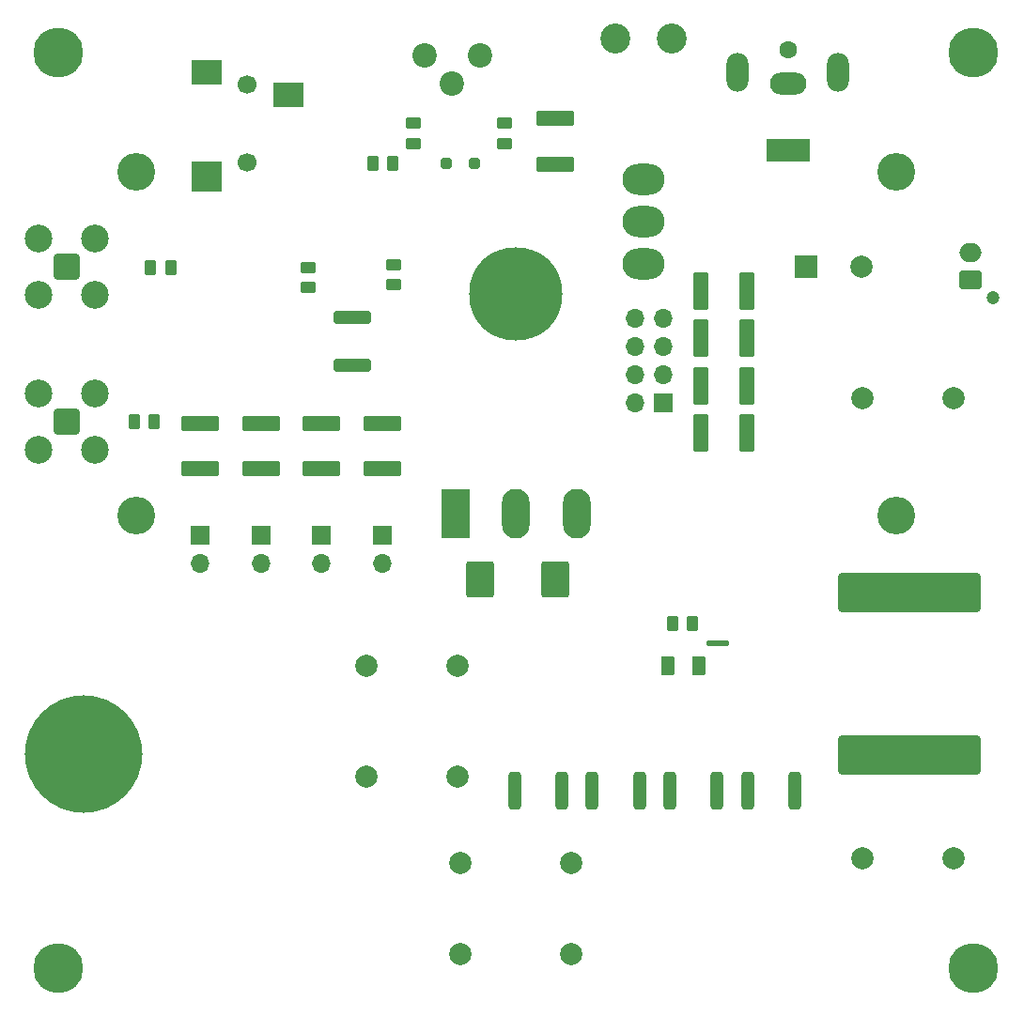
<source format=gts>
%TF.GenerationSoftware,KiCad,Pcbnew,9.0.0*%
%TF.CreationDate,2025-05-26T15:17:39-04:00*%
%TF.ProjectId,PlasmaTransformer,506c6173-6d61-4547-9261-6e73666f726d,rev?*%
%TF.SameCoordinates,Original*%
%TF.FileFunction,Soldermask,Top*%
%TF.FilePolarity,Negative*%
%FSLAX46Y46*%
G04 Gerber Fmt 4.6, Leading zero omitted, Abs format (unit mm)*
G04 Created by KiCad (PCBNEW 9.0.0) date 2025-05-26 15:17:39*
%MOMM*%
%LPD*%
G01*
G04 APERTURE LIST*
G04 Aperture macros list*
%AMRoundRect*
0 Rectangle with rounded corners*
0 $1 Rounding radius*
0 $2 $3 $4 $5 $6 $7 $8 $9 X,Y pos of 4 corners*
0 Add a 4 corners polygon primitive as box body*
4,1,4,$2,$3,$4,$5,$6,$7,$8,$9,$2,$3,0*
0 Add four circle primitives for the rounded corners*
1,1,$1+$1,$2,$3*
1,1,$1+$1,$4,$5*
1,1,$1+$1,$6,$7*
1,1,$1+$1,$8,$9*
0 Add four rect primitives between the rounded corners*
20,1,$1+$1,$2,$3,$4,$5,0*
20,1,$1+$1,$4,$5,$6,$7,0*
20,1,$1+$1,$6,$7,$8,$9,0*
20,1,$1+$1,$8,$9,$2,$3,0*%
G04 Aperture macros list end*
%ADD10RoundRect,0.250000X0.375000X0.625000X-0.375000X0.625000X-0.375000X-0.625000X0.375000X-0.625000X0*%
%ADD11O,3.800000X2.800000*%
%ADD12C,2.700000*%
%ADD13RoundRect,0.249999X-0.450001X-1.450001X0.450001X-1.450001X0.450001X1.450001X-0.450001X1.450001X0*%
%ADD14RoundRect,0.250000X0.262500X0.450000X-0.262500X0.450000X-0.262500X-0.450000X0.262500X-0.450000X0*%
%ADD15RoundRect,0.249999X1.450001X-0.450001X1.450001X0.450001X-1.450001X0.450001X-1.450001X-0.450001X0*%
%ADD16R,1.700000X1.700000*%
%ADD17O,1.700000X1.700000*%
%ADD18C,2.000000*%
%ADD19RoundRect,0.250002X-6.149998X1.499998X-6.149998X-1.499998X6.149998X-1.499998X6.149998X1.499998X0*%
%ADD20RoundRect,0.250000X0.312500X1.450000X-0.312500X1.450000X-0.312500X-1.450000X0.312500X-1.450000X0*%
%ADD21RoundRect,0.250000X1.000000X-1.400000X1.000000X1.400000X-1.000000X1.400000X-1.000000X-1.400000X0*%
%ADD22C,8.400000*%
%ADD23C,1.600000*%
%ADD24R,4.000000X2.000000*%
%ADD25O,3.300000X2.000000*%
%ADD26O,2.000000X3.500000*%
%ADD27RoundRect,0.250000X-1.450000X0.312500X-1.450000X-0.312500X1.450000X-0.312500X1.450000X0.312500X0*%
%ADD28RoundRect,0.200100X0.949900X-0.949900X0.949900X0.949900X-0.949900X0.949900X-0.949900X-0.949900X0*%
%ADD29C,2.500000*%
%ADD30RoundRect,0.250000X-0.262500X-0.450000X0.262500X-0.450000X0.262500X0.450000X-0.262500X0.450000X0*%
%ADD31C,4.500000*%
%ADD32R,2.000000X2.000000*%
%ADD33RoundRect,0.250000X-0.450000X0.262500X-0.450000X-0.262500X0.450000X-0.262500X0.450000X0.262500X0*%
%ADD34C,1.200000*%
%ADD35RoundRect,0.250000X0.750000X-0.600000X0.750000X0.600000X-0.750000X0.600000X-0.750000X-0.600000X0*%
%ADD36O,2.000000X1.700000*%
%ADD37C,1.700000*%
%ADD38R,2.800000X2.200000*%
%ADD39R,2.800000X2.800000*%
%ADD40RoundRect,0.250000X-0.250000X-0.250000X0.250000X-0.250000X0.250000X0.250000X-0.250000X0.250000X0*%
%ADD41RoundRect,0.250000X0.450000X-0.262500X0.450000X0.262500X-0.450000X0.262500X-0.450000X-0.262500X0*%
%ADD42RoundRect,0.075000X-0.925000X-0.175000X0.925000X-0.175000X0.925000X0.175000X-0.925000X0.175000X0*%
%ADD43C,10.600000*%
%ADD44C,2.200000*%
%ADD45C,3.400000*%
%ADD46C,3.600000*%
%ADD47R,2.500000X4.500000*%
%ADD48O,2.500000X4.500000*%
G04 APERTURE END LIST*
D10*
%TO.C,D3*%
X116500000Y-114000000D03*
X113700000Y-114000000D03*
%TD*%
D11*
%TO.C,SW1*%
X111500000Y-70190000D03*
X111500000Y-74000000D03*
X111500000Y-77810000D03*
D12*
X114040000Y-57490000D03*
X108960000Y-57490000D03*
%TD*%
D13*
%TO.C,C7*%
X116700000Y-80250000D03*
X120800000Y-80250000D03*
%TD*%
D14*
%TO.C,R13*%
X115912500Y-110200000D03*
X114087500Y-110200000D03*
%TD*%
D15*
%TO.C,C4*%
X77000000Y-96275000D03*
X77000000Y-92175000D03*
%TD*%
D16*
%TO.C,JP2*%
X77000000Y-102225000D03*
D17*
X77000000Y-104765000D03*
%TD*%
D18*
%TO.C,J12*%
X95000000Y-140000000D03*
X95000000Y-131800001D03*
%TD*%
D19*
%TO.C,L2*%
X135500000Y-107400000D03*
X135500000Y-122100000D03*
%TD*%
D20*
%TO.C,R10*%
X118137500Y-125250000D03*
X113862500Y-125250000D03*
%TD*%
D16*
%TO.C,JP4*%
X88000000Y-102225000D03*
D17*
X88000000Y-104765000D03*
%TD*%
D21*
%TO.C,D2*%
X96750000Y-106250000D03*
X103550000Y-106250000D03*
%TD*%
D22*
%TO.C,H2*%
X100000000Y-80500000D03*
%TD*%
D23*
%TO.C,J1*%
X124500000Y-58500000D03*
D24*
X124500000Y-67500000D03*
D25*
X124500000Y-61500000D03*
D26*
X120000000Y-60500000D03*
X129000000Y-60500000D03*
%TD*%
D27*
%TO.C,R6*%
X85250000Y-82612500D03*
X85250000Y-86887500D03*
%TD*%
D28*
%TO.C,J5*%
X59500000Y-78000000D03*
D29*
X56960000Y-80540000D03*
X62040000Y-80540000D03*
X56960000Y-75460000D03*
X62040000Y-75460000D03*
%TD*%
D13*
%TO.C,C10*%
X116700000Y-93000000D03*
X120800000Y-93000000D03*
%TD*%
D20*
%TO.C,R1*%
X125137500Y-125250000D03*
X120862500Y-125250000D03*
%TD*%
D30*
%TO.C,R2*%
X87087500Y-68750000D03*
X88912500Y-68750000D03*
%TD*%
D16*
%TO.C,J4*%
X113275000Y-90300000D03*
D17*
X110735000Y-90300000D03*
X113275000Y-87760000D03*
X110735000Y-87760000D03*
X113275000Y-85220000D03*
X110735000Y-85220000D03*
X113275000Y-82680000D03*
X110735000Y-82680000D03*
%TD*%
D31*
%TO.C,M1*%
X58750000Y-58750000D03*
X58750000Y-141250000D03*
X141250000Y-58750000D03*
X141250000Y-141250000D03*
%TD*%
D15*
%TO.C,C11*%
X103500000Y-68800000D03*
X103500000Y-64700000D03*
%TD*%
%TO.C,C3*%
X71500000Y-96275000D03*
X71500000Y-92175000D03*
%TD*%
D32*
%TO.C,C2*%
X126132323Y-78000000D03*
D18*
X131132323Y-78000000D03*
%TD*%
D33*
%TO.C,R4*%
X99000000Y-65087500D03*
X99000000Y-66912500D03*
%TD*%
D18*
%TO.C,J11*%
X105000000Y-140000000D03*
X105000000Y-131800001D03*
%TD*%
D34*
%TO.C,J2*%
X142975000Y-80850000D03*
D35*
X140975000Y-79250000D03*
D36*
X140975000Y-76750000D03*
%TD*%
D15*
%TO.C,C6*%
X88000000Y-96275000D03*
X88000000Y-92175000D03*
%TD*%
D18*
%TO.C,J9*%
X139450000Y-89866600D03*
X131250001Y-89866600D03*
%TD*%
D37*
%TO.C,J8*%
X75800000Y-61600000D03*
X75800000Y-68600000D03*
D38*
X79500000Y-62500000D03*
X72100000Y-60500000D03*
D39*
X72100000Y-69900000D03*
%TD*%
D40*
%TO.C,D1*%
X93750000Y-68750000D03*
X96250000Y-68750000D03*
%TD*%
D41*
%TO.C,R3*%
X90750000Y-66912500D03*
X90750000Y-65087500D03*
%TD*%
D18*
%TO.C,J7*%
X86550001Y-114000000D03*
X94750000Y-114000000D03*
%TD*%
D20*
%TO.C,R11*%
X111137500Y-125250000D03*
X106862500Y-125250000D03*
%TD*%
D42*
%TO.C,L1*%
X118225000Y-112000000D03*
%TD*%
D16*
%TO.C,JP1*%
X71500000Y-102225000D03*
D17*
X71500000Y-104765000D03*
%TD*%
D20*
%TO.C,R12*%
X104137500Y-125250000D03*
X99862500Y-125250000D03*
%TD*%
D13*
%TO.C,C9*%
X116700000Y-88750000D03*
X120800000Y-88750000D03*
%TD*%
D43*
%TO.C,H1*%
X61000000Y-122000000D03*
%TD*%
D33*
%TO.C,R9*%
X81250000Y-78087500D03*
X81250000Y-79912500D03*
%TD*%
D44*
%TO.C,RV1*%
X91750000Y-59000000D03*
X94250000Y-61500000D03*
X96750000Y-59000000D03*
%TD*%
D45*
%TO.C,HS1*%
X65750000Y-69500000D03*
X65750000Y-100500000D03*
X100000000Y-80400000D03*
X134250000Y-69500000D03*
X134250000Y-100500000D03*
%TD*%
D13*
%TO.C,C8*%
X116700000Y-84500000D03*
X120800000Y-84500000D03*
%TD*%
D16*
%TO.C,JP3*%
X82500000Y-102225000D03*
D17*
X82500000Y-104765000D03*
%TD*%
D33*
%TO.C,R5*%
X89000000Y-77837500D03*
X89000000Y-79662500D03*
%TD*%
D15*
%TO.C,C5*%
X82500000Y-96275000D03*
X82500000Y-92175000D03*
%TD*%
D14*
%TO.C,R8*%
X68912500Y-78080000D03*
X67087500Y-78080000D03*
%TD*%
D46*
%TO.C,Q1*%
X100000000Y-80430000D03*
D47*
X94550000Y-100290000D03*
D48*
X100000000Y-100290000D03*
X105450000Y-100290000D03*
%TD*%
D14*
%TO.C,R7*%
X67412500Y-92000000D03*
X65587500Y-92000000D03*
%TD*%
D18*
%TO.C,J10*%
X139450000Y-131366600D03*
X131250001Y-131366600D03*
%TD*%
%TO.C,J6*%
X86550001Y-124000000D03*
X94750000Y-124000000D03*
%TD*%
D28*
%TO.C,J3*%
X59500000Y-92000000D03*
D29*
X56960000Y-94540000D03*
X62040000Y-94540000D03*
X56960000Y-89460000D03*
X62040000Y-89460000D03*
%TD*%
M02*

</source>
